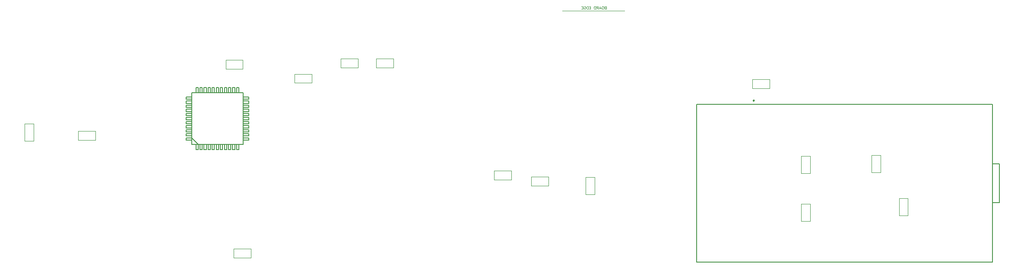
<source format=gbr>
G04 DipTrace 5.1.0.1*
G04 Íèæíÿãðàô³êà.gbr*
%MOMM*%
G04 #@! TF.FileFunction,Drawing,Bot*
G04 #@! TF.Part,Single*
%ADD13C,0.12*%
%ADD41C,0.15233*%
%ADD47C,0.127*%
%ADD109C,0.07843*%
%FSLAX35Y35*%
G04*
G71*
G90*
G75*
G01*
G04 BotAssy*
%LPD*%
X16939233Y6550400D2*
D13*
X15723233D1*
X9280233Y1875350D2*
Y1699350D1*
X9616233D1*
Y1875350D1*
X9280233D1*
X9459858Y5405518D2*
Y5581518D1*
X9123858D1*
Y5405518D1*
X9459858D1*
X6232380Y4183630D2*
Y4007630D1*
X6568380D1*
Y4183630D1*
X6232380D1*
X5182377Y3994000D2*
X5358377D1*
Y4330000D1*
X5182377D1*
Y3994000D1*
X16180800Y2941930D2*
X16356800D1*
Y3277930D1*
X16180800D1*
Y2941930D1*
X14384870Y3406080D2*
Y3230080D1*
X14720870D1*
Y3406080D1*
X14384870D1*
X15111630Y3290040D2*
Y3114040D1*
X15447630D1*
Y3290040D1*
X15111630D1*
X10807690Y5131120D2*
Y5307120D1*
X10471690D1*
Y5131120D1*
X10807690D1*
X11713650Y5433470D2*
Y5609470D1*
X11377650D1*
Y5433470D1*
X11713650D1*
X12412150D2*
Y5609470D1*
X12076150D1*
Y5433470D1*
X12412150D1*
X21959608Y3708893D2*
X21783608D1*
Y3372893D1*
X21959608D1*
Y3708893D1*
X20402483Y3357018D2*
X20578483D1*
Y3693018D1*
X20402483D1*
Y3357018D1*
X22499358Y2867518D2*
X22323358D1*
Y2531518D1*
X22499358D1*
Y2867518D1*
X20578483Y2756393D2*
X20402483D1*
Y2420393D1*
X20578483D1*
Y2756393D1*
X19449358Y5200518D2*
Y5024518D1*
X19785358D1*
Y5200518D1*
X19449358D1*
X9338557Y3927333D2*
D41*
X9381723D1*
Y3820667D1*
X9338557D1*
Y3927333D1*
X9257257D2*
X9302990D1*
Y3820667D1*
X9257257D1*
Y3927333D1*
X9178523D2*
X9221723D1*
Y3820667D1*
X9178523D1*
Y3927333D1*
X9097257D2*
X9142957D1*
Y3820667D1*
X9097257D1*
Y3927333D1*
X9018523D2*
X9061690D1*
Y3820667D1*
X9018523D1*
Y3927333D1*
X8937223D2*
X8982957D1*
Y3820667D1*
X8937223D1*
Y3927333D1*
X8858490D2*
X8901657D1*
Y3820667D1*
X8858490D1*
Y3927333D1*
X8777223D2*
X8822923D1*
Y3820667D1*
X8777223D1*
Y3927333D1*
X8698457D2*
X8741657D1*
Y3820667D1*
X8698457D1*
Y3927333D1*
X8617190D2*
X8662923D1*
Y3820667D1*
X8617190D1*
Y3927333D1*
X8538457D2*
X8581623D1*
Y3820667D1*
X8538457D1*
Y3927333D1*
X8454623Y4054333D2*
Y4011167D1*
X8347957D1*
Y4054333D1*
X8454623D1*
Y4135633D2*
Y4089900D1*
X8347957D1*
Y4135633D1*
X8454623D1*
Y4214367D2*
Y4171167D1*
X8347957D1*
Y4214367D1*
X8454623D1*
Y4295633D2*
Y4249933D1*
X8347957D1*
Y4295633D1*
X8454623D1*
Y4374367D2*
Y4331200D1*
X8347957D1*
Y4374367D1*
X8454623D1*
Y4455667D2*
Y4409933D1*
X8347957D1*
Y4455667D1*
X8454623D1*
Y4534400D2*
Y4491233D1*
X8347957D1*
Y4534400D1*
X8454623D1*
Y4615667D2*
Y4569967D1*
X8347957D1*
Y4615667D1*
X8454623D1*
Y4694433D2*
Y4651233D1*
X8347957D1*
Y4694433D1*
X8454623D1*
Y4775700D2*
Y4729967D1*
X8347957D1*
Y4775700D1*
X8454623D1*
Y4854433D2*
Y4811267D1*
X8347957D1*
Y4854433D1*
X8454623D1*
X8581623Y4938267D2*
X8538457D1*
Y5044933D1*
X8581623D1*
Y4938267D1*
X8662923D2*
X8617190D1*
Y5044933D1*
X8662923D1*
Y4938267D1*
X8741657D2*
X8698457D1*
Y5044933D1*
X8741657D1*
Y4938267D1*
X8822923D2*
X8777223D1*
Y5044933D1*
X8822923D1*
Y4938267D1*
X8901657D2*
X8858490D1*
Y5044933D1*
X8901657D1*
Y4938267D1*
X8982957D2*
X8937223D1*
Y5044933D1*
X8982957D1*
Y4938267D1*
X9061690D2*
X9018523D1*
Y5044933D1*
X9061690D1*
Y4938267D1*
X9142957D2*
X9097257D1*
Y5044933D1*
X9142957D1*
Y4938267D1*
X9221723D2*
X9178523D1*
Y5044933D1*
X9221723D1*
Y4938267D1*
X9302990D2*
X9257257D1*
Y5044933D1*
X9302990D1*
Y4938267D1*
X9381723D2*
X9338557D1*
Y5044933D1*
X9381723D1*
Y4938267D1*
X9465557Y4811267D2*
Y4854433D1*
X9572223D1*
Y4811267D1*
X9465557D1*
Y4729967D2*
Y4775700D1*
X9572223D1*
Y4729967D1*
X9465557D1*
Y4651233D2*
Y4694433D1*
X9572223D1*
Y4651233D1*
X9465557D1*
Y4569967D2*
Y4615667D1*
X9572223D1*
Y4569967D1*
X9465557D1*
Y4491233D2*
Y4534400D1*
X9572223D1*
Y4491233D1*
X9465557D1*
Y4409933D2*
Y4455667D1*
X9572223D1*
Y4409933D1*
X9465557D1*
Y4331200D2*
Y4374367D1*
X9572223D1*
Y4331200D1*
X9465557D1*
Y4249933D2*
Y4295633D1*
X9572223D1*
Y4249933D1*
X9465557D1*
Y4171167D2*
Y4214367D1*
X9572223D1*
Y4171167D1*
X9465557D1*
Y4089900D2*
Y4135633D1*
X9572223D1*
Y4089900D1*
X9465557D1*
Y4011167D2*
Y4054333D1*
X9572223D1*
Y4011167D1*
X9465557D1*
X8454623Y4054333D2*
X8581623Y3927333D1*
X8454623Y4938267D2*
X9465557D1*
Y3927333D1*
X8454623D1*
Y4938267D1*
X24152483Y4709893D2*
D47*
X18352483D1*
Y1609893D1*
X24152483D1*
Y4709893D1*
G36*
X19474483Y4764893D2*
X19471873Y4765064D1*
X19469307Y4765575D1*
X19466830Y4766416D1*
X19464483Y4767573D1*
X19462308Y4769026D1*
X19460341Y4770751D1*
X19458616Y4772718D1*
X19457163Y4774893D1*
X19456006Y4777240D1*
X19455165Y4779717D1*
X19454654Y4782283D1*
X19454483Y4784893D1*
X19454654Y4787504D1*
X19455165Y4790070D1*
X19456006Y4792547D1*
X19457163Y4794893D1*
X19458616Y4797069D1*
X19460341Y4799035D1*
X19462308Y4800760D1*
X19464483Y4802214D1*
X19466830Y4803371D1*
X19469307Y4804212D1*
X19471873Y4804722D1*
X19474483Y4804893D1*
D1*
X19477094Y4804722D1*
X19479660Y4804212D1*
X19482137Y4803371D1*
X19484483Y4802214D1*
X19486659Y4800760D1*
X19488625Y4799035D1*
X19490350Y4797069D1*
X19491804Y4794893D1*
X19492961Y4792547D1*
X19493802Y4790070D1*
X19494312Y4787504D1*
X19494483Y4784893D1*
X19494312Y4782283D1*
X19493802Y4779717D1*
X19492961Y4777240D1*
X19491804Y4774893D1*
X19490350Y4772718D1*
X19488625Y4770751D1*
X19486659Y4769026D1*
X19484483Y4767573D1*
X19482137Y4766416D1*
X19479660Y4765575D1*
X19477094Y4765064D1*
X19474483Y4764893D1*
D1*
G37*
X24152483Y2778893D2*
D47*
X24292483D1*
Y3540893D1*
X24152483D1*
X16583765Y6635163D2*
D109*
Y6584119D1*
X16561865D1*
X16554565Y6586590D1*
X16552150Y6589005D1*
X16549736Y6593834D1*
Y6601134D1*
X16552150Y6606019D1*
X16554565Y6608434D1*
X16561865Y6610849D1*
X16554565Y6613319D1*
X16552150Y6615734D1*
X16549736Y6620563D1*
Y6625449D1*
X16552150Y6630278D1*
X16554565Y6632749D1*
X16561865Y6635163D1*
X16583765D1*
Y6610849D2*
X16561865D1*
X16519450Y6635163D2*
X16524335Y6632749D1*
X16529164Y6627863D1*
X16531635Y6623034D1*
X16534050Y6615734D1*
Y6603549D1*
X16531635Y6596305D1*
X16529164Y6591419D1*
X16524335Y6586590D1*
X16519450Y6584119D1*
X16509735D1*
X16504906Y6586590D1*
X16500020Y6591419D1*
X16497606Y6596305D1*
X16495191Y6603549D1*
Y6615734D1*
X16497606Y6623034D1*
X16500020Y6627863D1*
X16504906Y6632749D1*
X16509735Y6635163D1*
X16519450D1*
X16440590Y6584119D2*
X16460076Y6635163D1*
X16479505Y6584119D1*
X16472205Y6601134D2*
X16447890D1*
X16424904Y6610849D2*
X16403060D1*
X16395760Y6613319D1*
X16393289Y6615734D1*
X16390875Y6620563D1*
Y6625449D1*
X16393289Y6630278D1*
X16395760Y6632749D1*
X16403060Y6635163D1*
X16424904D1*
Y6584119D1*
X16407889Y6610849D2*
X16390875Y6584119D1*
X16375188Y6635163D2*
Y6584119D1*
X16358174D1*
X16350874Y6586590D1*
X16345988Y6591419D1*
X16343574Y6596305D1*
X16341159Y6603549D1*
Y6615734D1*
X16343574Y6623034D1*
X16345988Y6627863D1*
X16350874Y6632749D1*
X16358174Y6635163D1*
X16375188D1*
X16244536D2*
X16276094D1*
Y6584119D1*
X16244536D1*
X16276094Y6610849D2*
X16256665D1*
X16228850Y6635163D2*
Y6584119D1*
X16211835D1*
X16204535Y6586590D1*
X16199650Y6591419D1*
X16197235Y6596305D1*
X16194820Y6603549D1*
Y6615734D1*
X16197235Y6623034D1*
X16199650Y6627863D1*
X16204535Y6632749D1*
X16211835Y6635163D1*
X16228850D1*
X16142690Y6623034D2*
X16145105Y6627863D1*
X16149990Y6632749D1*
X16154820Y6635163D1*
X16164534D1*
X16169420Y6632749D1*
X16174249Y6627863D1*
X16176720Y6623034D1*
X16179134Y6615734D1*
Y6603549D1*
X16176720Y6596305D1*
X16174249Y6591419D1*
X16169420Y6586590D1*
X16164534Y6584119D1*
X16154820D1*
X16149990Y6586590D1*
X16145105Y6591419D1*
X16142690Y6596305D1*
Y6603549D1*
X16154820D1*
X16095446Y6635163D2*
X16127004D1*
Y6584119D1*
X16095446D1*
X16127004Y6610849D2*
X16107575D1*
M02*

</source>
